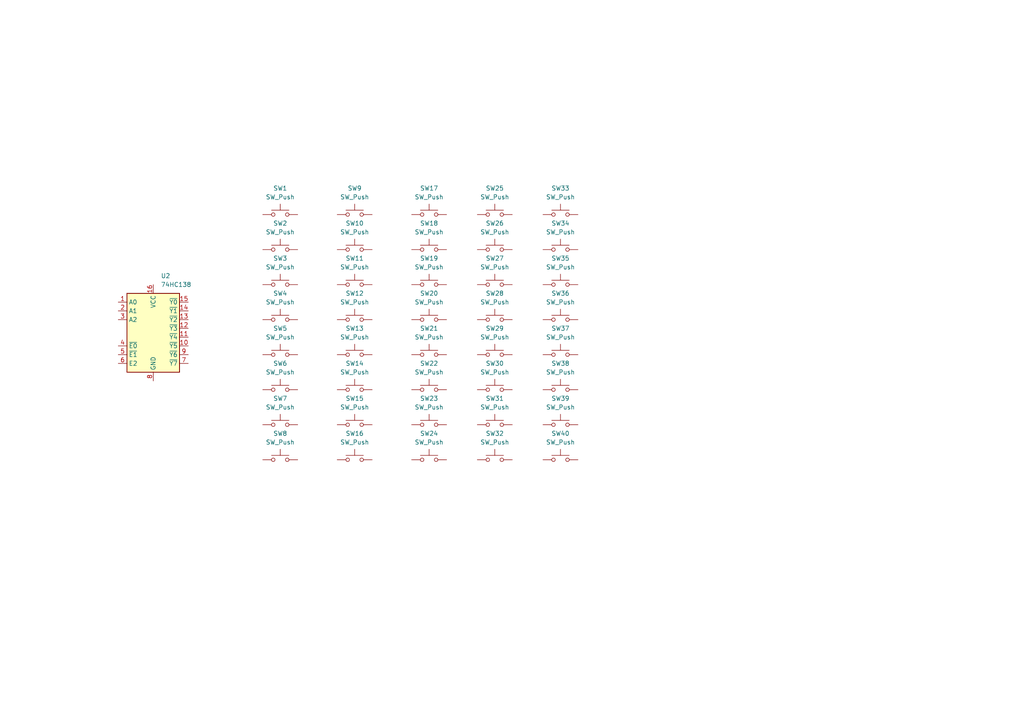
<source format=kicad_sch>
(kicad_sch (version 20231120) (generator "eeschema") (generator_version "8.0")
  (paper "A4")
  (lib_symbols
    (symbol "74xx:74HC138"
      (property "Reference" "U" (at -7.62 13.97 0))
      (property "Value" "74HC138" (at 2.54 -11.43 0))
      (symbol "74HC138_0_1"
        (rectangle (start -7.62 12.7) (end 7.62 -10.16) (stroke (width 0.254)) (fill (type background)))
      )
      (symbol "74HC138_1_1"
        (pin input line (at -10.16 10.16 0) (length 2.54) (name "A0") (number "1"))
        (pin output line (at 10.16 -2.54 180) (length 2.54) (name "~{Y5}") (number "10"))
        (pin output line (at 10.16 0 180) (length 2.54) (name "~{Y4}") (number "11"))
        (pin output line (at 10.16 2.54 180) (length 2.54) (name "~{Y3}") (number "12"))
        (pin output line (at 10.16 5.08 180) (length 2.54) (name "~{Y2}") (number "13"))
        (pin output line (at 10.16 7.62 180) (length 2.54) (name "~{Y1}") (number "14"))
        (pin output line (at 10.16 10.16 180) (length 2.54) (name "~{Y0}") (number "15"))
        (pin power_in line (at 0 15.24 270) (length 2.54) (name "VCC") (number "16"))
        (pin input line (at -10.16 7.62 0) (length 2.54) (name "A1") (number "2"))
        (pin input line (at -10.16 5.08 0) (length 2.54) (name "A2") (number "3"))
        (pin input line (at -10.16 -2.54 0) (length 2.54) (name "~{E0}") (number "4"))
        (pin input line (at -10.16 -5.08 0) (length 2.54) (name "~{E1}") (number "5"))
        (pin input line (at -10.16 -7.62 0) (length 2.54) (name "E2") (number "6"))
        (pin output line (at 10.16 -7.62 180) (length 2.54) (name "~{Y7}") (number "7"))
        (pin power_in line (at 0 -12.7 90) (length 2.54) (name "GND") (number "8"))
        (pin output line (at 10.16 -5.08 180) (length 2.54) (name "~{Y6}") (number "9"))
      )
    )
    (symbol "Switch:SW_Push" (pin_numbers hide) (pin_names (offset 1.016) hide)
      (property "Reference" "SW" (at 1.27 2.54 0))
      (property "Value" "SW_Push" (at 0 -1.524 0))
      (symbol "SW_Push_0_1"
        (circle (center -2.032 0) (radius 0.508))
        (polyline (pts (xy 0 1.27) (xy 0 3.048)))
        (polyline (pts (xy 2.54 1.27) (xy -2.54 1.27)))
        (circle (center 2.032 0) (radius 0.508))
        (pin passive line (at -5.08 0 0) (length 2.54) (name "1") (number "1"))
        (pin passive line (at 5.08 0 180) (length 2.54) (name "2") (number "2"))
      )
    )
  )
  (symbol (lib_id "Switch:SW_Push") (at 162.56 72.39 0) (unit 1)
    (property "Reference" "SW34" (at 162.56 64.77 0))
    (property "Value" "SW_Push" (at 162.56 67.31 0))
    (property "Footprint" "Button_Switch_SMD:SW_Push_1P1T_NO_6x6mm_H9.5mm" (effects (hide yes)))
    (property "Description" "Push button switch, generic, two pins" (effects (hide yes)))
  )
  (symbol (lib_id "Switch:SW_Push") (at 102.87 113.03 0) (unit 1)
    (property "Reference" "SW14" (at 102.87 105.41 0))
    (property "Value" "SW_Push" (at 102.87 107.95 0))
    (property "Footprint" "Button_Switch_SMD:SW_Push_1P1T_NO_6x6mm_H9.5mm" (effects (hide yes)))
    (property "Description" "Push button switch, generic, two pins" (effects (hide yes)))
  )
  (symbol (lib_id "Switch:SW_Push") (at 162.56 62.23 0) (unit 1)
    (property "Reference" "SW33" (at 162.56 54.61 0))
    (property "Value" "SW_Push" (at 162.56 57.15 0))
    (property "Footprint" "Button_Switch_SMD:SW_Push_1P1T_NO_6x6mm_H9.5mm" (effects (hide yes)))
    (property "Description" "Push button switch, generic, two pins" (effects (hide yes)))
  )
  (symbol (lib_id "Switch:SW_Push") (at 81.28 113.03 0) (unit 1)
    (property "Reference" "SW6" (at 81.28 105.41 0))
    (property "Value" "SW_Push" (at 81.28 107.95 0))
    (property "Footprint" "Button_Switch_SMD:SW_Push_1P1T_NO_6x6mm_H9.5mm" (effects (hide yes)))
    (property "Description" "Push button switch, generic, two pins" (effects (hide yes)))
  )
  (symbol (lib_id "Switch:SW_Push") (at 143.51 123.19 0) (unit 1)
    (property "Reference" "SW31" (at 143.51 115.57 0))
    (property "Value" "SW_Push" (at 143.51 118.11 0))
    (property "Footprint" "Button_Switch_SMD:SW_Push_1P1T_NO_6x6mm_H9.5mm" (effects (hide yes)))
    (property "Description" "Push button switch, generic, two pins" (effects (hide yes)))
  )
  (symbol (lib_id "Switch:SW_Push") (at 102.87 62.23 0) (unit 1)
    (property "Reference" "SW9" (at 102.87 54.61 0))
    (property "Value" "SW_Push" (at 102.87 57.15 0))
    (property "Footprint" "Button_Switch_SMD:SW_Push_1P1T_NO_6x6mm_H9.5mm" (effects (hide yes)))
    (property "Description" "Push button switch, generic, two pins" (effects (hide yes)))
  )
  (symbol (lib_id "Switch:SW_Push") (at 102.87 82.55 0) (unit 1)
    (property "Reference" "SW11" (at 102.87 74.93 0))
    (property "Value" "SW_Push" (at 102.87 77.47 0))
    (property "Footprint" "Button_Switch_SMD:SW_Push_1P1T_NO_6x6mm_H9.5mm" (effects (hide yes)))
    (property "Description" "Push button switch, generic, two pins" (effects (hide yes)))
  )
  (symbol (lib_id "Switch:SW_Push") (at 162.56 123.19 0) (unit 1)
    (property "Reference" "SW39" (at 162.56 115.57 0))
    (property "Value" "SW_Push" (at 162.56 118.11 0))
    (property "Footprint" "Button_Switch_SMD:SW_Push_1P1T_NO_6x6mm_H9.5mm" (effects (hide yes)))
    (property "Description" "Push button switch, generic, two pins" (effects (hide yes)))
  )
  (symbol (lib_id "Switch:SW_Push") (at 81.28 62.23 0) (unit 1)
    (property "Reference" "SW1" (at 81.28 54.61 0))
    (property "Value" "SW_Push" (at 81.28 57.15 0))
    (property "Footprint" "Button_Switch_SMD:SW_Push_1P1T_NO_6x6mm_H9.5mm" (effects (hide yes)))
    (property "Description" "Push button switch, generic, two pins" (effects (hide yes)))
  )
  (symbol (lib_id "Switch:SW_Push") (at 81.28 92.71 0) (unit 1)
    (property "Reference" "SW4" (at 81.28 85.09 0))
    (property "Value" "SW_Push" (at 81.28 87.63 0))
    (property "Footprint" "Button_Switch_SMD:SW_Push_1P1T_NO_6x6mm_H9.5mm" (effects (hide yes)))
    (property "Description" "Push button switch, generic, two pins" (effects (hide yes)))
  )
  (symbol (lib_id "Switch:SW_Push") (at 162.56 102.87 0) (unit 1)
    (property "Reference" "SW37" (at 162.56 95.25 0))
    (property "Value" "SW_Push" (at 162.56 97.79 0))
    (property "Footprint" "Button_Switch_SMD:SW_Push_1P1T_NO_6x6mm_H9.5mm" (effects (hide yes)))
    (property "Description" "Push button switch, generic, two pins" (effects (hide yes)))
  )
  (symbol (lib_id "Switch:SW_Push") (at 143.51 62.23 0) (unit 1)
    (property "Reference" "SW25" (at 143.51 54.61 0))
    (property "Value" "SW_Push" (at 143.51 57.15 0))
    (property "Footprint" "Button_Switch_SMD:SW_Push_1P1T_NO_6x6mm_H9.5mm" (effects (hide yes)))
    (property "Description" "Push button switch, generic, two pins" (effects (hide yes)))
  )
  (symbol (lib_id "Switch:SW_Push") (at 81.28 82.55 0) (unit 1)
    (property "Reference" "SW3" (at 81.28 74.93 0))
    (property "Value" "SW_Push" (at 81.28 77.47 0))
    (property "Footprint" "Button_Switch_SMD:SW_Push_1P1T_NO_6x6mm_H9.5mm" (effects (hide yes)))
    (property "Description" "Push button switch, generic, two pins" (effects (hide yes)))
  )
  (symbol (lib_id "Switch:SW_Push") (at 124.46 82.55 0) (unit 1)
    (property "Reference" "SW19" (at 124.46 74.93 0))
    (property "Value" "SW_Push" (at 124.46 77.47 0))
    (property "Footprint" "Button_Switch_SMD:SW_Push_1P1T_NO_6x6mm_H9.5mm" (effects (hide yes)))
    (property "Description" "Push button switch, generic, two pins" (effects (hide yes)))
  )
  (symbol (lib_id "Switch:SW_Push") (at 102.87 123.19 0) (unit 1)
    (property "Reference" "SW15" (at 102.87 115.57 0))
    (property "Value" "SW_Push" (at 102.87 118.11 0))
    (property "Footprint" "Button_Switch_SMD:SW_Push_1P1T_NO_6x6mm_H9.5mm" (effects (hide yes)))
    (property "Description" "Push button switch, generic, two pins" (effects (hide yes)))
  )
  (symbol (lib_id "Switch:SW_Push") (at 81.28 123.19 0) (unit 1)
    (property "Reference" "SW7" (at 81.28 115.57 0))
    (property "Value" "SW_Push" (at 81.28 118.11 0))
    (property "Footprint" "Button_Switch_SMD:SW_Push_1P1T_NO_6x6mm_H9.5mm" (effects (hide yes)))
    (property "Description" "Push button switch, generic, two pins" (effects (hide yes)))
  )
  (symbol (lib_id "Switch:SW_Push") (at 162.56 82.55 0) (unit 1)
    (property "Reference" "SW35" (at 162.56 74.93 0))
    (property "Value" "SW_Push" (at 162.56 77.47 0))
    (property "Footprint" "Button_Switch_SMD:SW_Push_1P1T_NO_6x6mm_H9.5mm" (effects (hide yes)))
    (property "Description" "Push button switch, generic, two pins" (effects (hide yes)))
  )
  (symbol (lib_id "Switch:SW_Push") (at 143.51 102.87 0) (unit 1)
    (property "Reference" "SW29" (at 143.51 95.25 0))
    (property "Value" "SW_Push" (at 143.51 97.79 0))
    (property "Footprint" "Button_Switch_SMD:SW_Push_1P1T_NO_6x6mm_H9.5mm" (effects (hide yes)))
    (property "Description" "Push button switch, generic, two pins" (effects (hide yes)))
  )
  (symbol (lib_id "Switch:SW_Push") (at 162.56 133.35 0) (unit 1)
    (property "Reference" "SW40" (at 162.56 125.73 0))
    (property "Value" "SW_Push" (at 162.56 128.27 0))
    (property "Footprint" "Button_Switch_SMD:SW_Push_1P1T_NO_6x6mm_H9.5mm" (effects (hide yes)))
    (property "Description" "Push button switch, generic, two pins" (effects (hide yes)))
  )
  (symbol (lib_id "Switch:SW_Push") (at 81.28 72.39 0) (unit 1)
    (property "Reference" "SW2" (at 81.28 64.77 0))
    (property "Value" "SW_Push" (at 81.28 67.31 0))
    (property "Footprint" "Button_Switch_SMD:SW_Push_1P1T_NO_6x6mm_H9.5mm" (effects (hide yes)))
    (property "Description" "Push button switch, generic, two pins" (effects (hide yes)))
  )
  (symbol (lib_id "Switch:SW_Push") (at 102.87 92.71 0) (unit 1)
    (property "Reference" "SW12" (at 102.87 85.09 0))
    (property "Value" "SW_Push" (at 102.87 87.63 0))
    (property "Footprint" "Button_Switch_SMD:SW_Push_1P1T_NO_6x6mm_H9.5mm" (effects (hide yes)))
    (property "Description" "Push button switch, generic, two pins" (effects (hide yes)))
  )
  (symbol (lib_id "Switch:SW_Push") (at 81.28 102.87 0) (unit 1)
    (property "Reference" "SW5" (at 81.28 95.25 0))
    (property "Value" "SW_Push" (at 81.28 97.79 0))
    (property "Footprint" "Button_Switch_SMD:SW_Push_1P1T_NO_6x6mm_H9.5mm" (effects (hide yes)))
    (property "Description" "Push button switch, generic, two pins" (effects (hide yes)))
  )
  (symbol (lib_id "Switch:SW_Push") (at 124.46 123.19 0) (unit 1)
    (property "Reference" "SW23" (at 124.46 115.57 0))
    (property "Value" "SW_Push" (at 124.46 118.11 0))
    (property "Footprint" "Button_Switch_SMD:SW_Push_1P1T_NO_6x6mm_H9.5mm" (effects (hide yes)))
    (property "Description" "Push button switch, generic, two pins" (effects (hide yes)))
  )
  (symbol (lib_id "Switch:SW_Push") (at 124.46 113.03 0) (unit 1)
    (property "Reference" "SW22" (at 124.46 105.41 0))
    (property "Value" "SW_Push" (at 124.46 107.95 0))
    (property "Footprint" "Button_Switch_SMD:SW_Push_1P1T_NO_6x6mm_H9.5mm" (effects (hide yes)))
    (property "Description" "Push button switch, generic, two pins" (effects (hide yes)))
  )
  (symbol (lib_id "Switch:SW_Push") (at 102.87 133.35 0) (unit 1)
    (property "Reference" "SW16" (at 102.87 125.73 0))
    (property "Value" "SW_Push" (at 102.87 128.27 0))
    (property "Footprint" "Button_Switch_SMD:SW_Push_1P1T_NO_6x6mm_H9.5mm" (effects (hide yes)))
    (property "Description" "Push button switch, generic, two pins" (effects (hide yes)))
  )
  (symbol (lib_id "74xx:74HC138") (at 44.45 97.79 0) (unit 1)
    (property "Reference" "U2" (at 46.6441 80.01 0) (effects (justify left)))
    (property "Value" "74HC138" (at 46.6441 82.55 0) (effects (justify left)))
    (property "Datasheet" "http://www.ti.com/lit/ds/symlink/cd74hc238.pdf" (effects (hide yes)))
    (property "Description" "3-to-8 line decoder/multiplexer inverting, DIP-16/SOIC-16/SSOP-16" (effects (hide yes)))
  )
  (symbol (lib_id "Switch:SW_Push") (at 143.51 72.39 0) (unit 1)
    (property "Reference" "SW26" (at 143.51 64.77 0))
    (property "Value" "SW_Push" (at 143.51 67.31 0))
    (property "Footprint" "Button_Switch_SMD:SW_Push_1P1T_NO_6x6mm_H9.5mm" (effects (hide yes)))
    (property "Description" "Push button switch, generic, two pins" (effects (hide yes)))
  )
  (symbol (lib_id "Switch:SW_Push") (at 143.51 113.03 0) (unit 1)
    (property "Reference" "SW30" (at 143.51 105.41 0))
    (property "Value" "SW_Push" (at 143.51 107.95 0))
    (property "Footprint" "Button_Switch_SMD:SW_Push_1P1T_NO_6x6mm_H9.5mm" (effects (hide yes)))
    (property "Description" "Push button switch, generic, two pins" (effects (hide yes)))
  )
  (symbol (lib_id "Switch:SW_Push") (at 124.46 62.23 0) (unit 1)
    (property "Reference" "SW17" (at 124.46 54.61 0))
    (property "Value" "SW_Push" (at 124.46 57.15 0))
    (property "Footprint" "Button_Switch_SMD:SW_Push_1P1T_NO_6x6mm_H9.5mm" (effects (hide yes)))
    (property "Description" "Push button switch, generic, two pins" (effects (hide yes)))
  )
  (symbol (lib_id "Switch:SW_Push") (at 81.28 133.35 0) (unit 1)
    (property "Reference" "SW8" (at 81.28 125.73 0))
    (property "Value" "SW_Push" (at 81.28 128.27 0))
    (property "Footprint" "Button_Switch_SMD:SW_Push_1P1T_NO_6x6mm_H9.5mm" (effects (hide yes)))
    (property "Description" "Push button switch, generic, two pins" (effects (hide yes)))
  )
  (symbol (lib_id "Switch:SW_Push") (at 124.46 133.35 0) (unit 1)
    (property "Reference" "SW24" (at 124.46 125.73 0))
    (property "Value" "SW_Push" (at 124.46 128.27 0))
    (property "Footprint" "Button_Switch_SMD:SW_Push_1P1T_NO_6x6mm_H9.5mm" (effects (hide yes)))
    (property "Description" "Push button switch, generic, two pins" (effects (hide yes)))
  )
  (symbol (lib_id "Switch:SW_Push") (at 124.46 92.71 0) (unit 1)
    (property "Reference" "SW20" (at 124.46 85.09 0))
    (property "Value" "SW_Push" (at 124.46 87.63 0))
    (property "Footprint" "Button_Switch_SMD:SW_Push_1P1T_NO_6x6mm_H9.5mm" (effects (hide yes)))
    (property "Description" "Push button switch, generic, two pins" (effects (hide yes)))
  )
  (symbol (lib_id "Switch:SW_Push") (at 102.87 72.39 0) (unit 1)
    (property "Reference" "SW10" (at 102.87 64.77 0))
    (property "Value" "SW_Push" (at 102.87 67.31 0))
    (property "Footprint" "Button_Switch_SMD:SW_Push_1P1T_NO_6x6mm_H9.5mm" (effects (hide yes)))
    (property "Description" "Push button switch, generic, two pins" (effects (hide yes)))
  )
  (symbol (lib_id "Switch:SW_Push") (at 143.51 133.35 0) (unit 1)
    (property "Reference" "SW32" (at 143.51 125.73 0))
    (property "Value" "SW_Push" (at 143.51 128.27 0))
    (property "Footprint" "Button_Switch_SMD:SW_Push_1P1T_NO_6x6mm_H9.5mm" (effects (hide yes)))
    (property "Description" "Push button switch, generic, two pins" (effects (hide yes)))
  )
  (symbol (lib_id "Switch:SW_Push") (at 162.56 92.71 0) (unit 1)
    (property "Reference" "SW36" (at 162.56 85.09 0))
    (property "Value" "SW_Push" (at 162.56 87.63 0))
    (property "Footprint" "Button_Switch_SMD:SW_Push_1P1T_NO_6x6mm_H9.5mm" (effects (hide yes)))
    (property "Description" "Push button switch, generic, two pins" (effects (hide yes)))
  )
  (symbol (lib_id "Switch:SW_Push") (at 124.46 72.39 0) (unit 1)
    (property "Reference" "SW18" (at 124.46 64.77 0))
    (property "Value" "SW_Push" (at 124.46 67.31 0))
    (property "Footprint" "Button_Switch_SMD:SW_Push_1P1T_NO_6x6mm_H9.5mm" (effects (hide yes)))
    (property "Description" "Push button switch, generic, two pins" (effects (hide yes)))
  )
  (symbol (lib_id "Switch:SW_Push") (at 143.51 82.55 0) (unit 1)
    (property "Reference" "SW27" (at 143.51 74.93 0))
    (property "Value" "SW_Push" (at 143.51 77.47 0))
    (property "Footprint" "Button_Switch_SMD:SW_Push_1P1T_NO_6x6mm_H9.5mm" (effects (hide yes)))
    (property "Description" "Push button switch, generic, two pins" (effects (hide yes)))
  )
  (symbol (lib_id "Switch:SW_Push") (at 124.46 102.87 0) (unit 1)
    (property "Reference" "SW21" (at 124.46 95.25 0))
    (property "Value" "SW_Push" (at 124.46 97.79 0))
    (property "Footprint" "Button_Switch_SMD:SW_Push_1P1T_NO_6x6mm_H9.5mm" (effects (hide yes)))
    (property "Description" "Push button switch, generic, two pins" (effects (hide yes)))
  )
  (symbol (lib_id "Switch:SW_Push") (at 102.87 102.87 0) (unit 1)
    (property "Reference" "SW13" (at 102.87 95.25 0))
    (property "Value" "SW_Push" (at 102.87 97.79 0))
    (property "Footprint" "Button_Switch_SMD:SW_Push_1P1T_NO_6x6mm_H9.5mm" (effects (hide yes)))
    (property "Description" "Push button switch, generic, two pins" (effects (hide yes)))
  )
  (symbol (lib_id "Switch:SW_Push") (at 162.56 113.03 0) (unit 1)
    (property "Reference" "SW38" (at 162.56 105.41 0))
    (property "Value" "SW_Push" (at 162.56 107.95 0))
    (property "Footprint" "Button_Switch_SMD:SW_Push_1P1T_NO_6x6mm_H9.5mm" (effects (hide yes)))
    (property "Description" "Push button switch, generic, two pins" (effects (hide yes)))
  )
  (symbol (lib_id "Switch:SW_Push") (at 143.51 92.71 0) (unit 1)
    (property "Reference" "SW28" (at 143.51 85.09 0))
    (property "Value" "SW_Push" (at 143.51 87.63 0))
    (property "Footprint" "Button_Switch_SMD:SW_Push_1P1T_NO_6x6mm_H9.5mm" (effects (hide yes)))
    (property "Description" "Push button switch, generic, two pins" (effects (hide yes)))
  )
)
</source>
